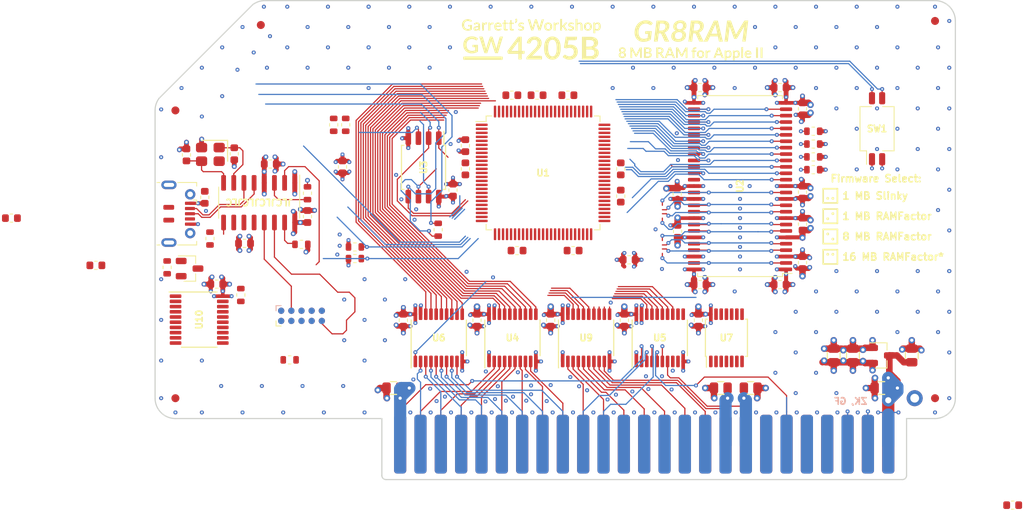
<source format=kicad_pcb>
(kicad_pcb (version 20211014) (generator pcbnew)

  (general
    (thickness 1.6)
  )

  (paper "A4")
  (title_block
    (title "GR8RAM (GW4205A)")
    (date "2021-04-20")
    (rev "1.0")
    (company "Garrett's Workshop")
  )

  (layers
    (0 "F.Cu" signal)
    (1 "In1.Cu" power)
    (2 "In2.Cu" power)
    (31 "B.Cu" signal)
    (32 "B.Adhes" user "B.Adhesive")
    (33 "F.Adhes" user "F.Adhesive")
    (34 "B.Paste" user)
    (35 "F.Paste" user)
    (36 "B.SilkS" user "B.Silkscreen")
    (37 "F.SilkS" user "F.Silkscreen")
    (38 "B.Mask" user)
    (39 "F.Mask" user)
    (40 "Dwgs.User" user "User.Drawings")
    (41 "Cmts.User" user "User.Comments")
    (42 "Eco1.User" user "User.Eco1")
    (43 "Eco2.User" user "User.Eco2")
    (44 "Edge.Cuts" user)
    (45 "Margin" user)
    (46 "B.CrtYd" user "B.Courtyard")
    (47 "F.CrtYd" user "F.Courtyard")
    (48 "B.Fab" user)
    (49 "F.Fab" user)
  )

  (setup
    (stackup
      (layer "F.SilkS" (type "Top Silk Screen"))
      (layer "F.Paste" (type "Top Solder Paste"))
      (layer "F.Mask" (type "Top Solder Mask") (thickness 0.01))
      (layer "F.Cu" (type "copper") (thickness 0.035))
      (layer "dielectric 1" (type "core") (thickness 0.48) (material "FR4") (epsilon_r 4.5) (loss_tangent 0.02))
      (layer "In1.Cu" (type "copper") (thickness 0.035))
      (layer "dielectric 2" (type "prepreg") (thickness 0.48) (material "FR4") (epsilon_r 4.5) (loss_tangent 0.02))
      (layer "In2.Cu" (type "copper") (thickness 0.035))
      (layer "dielectric 3" (type "core") (thickness 0.48) (material "FR4") (epsilon_r 4.5) (loss_tangent 0.02))
      (layer "B.Cu" (type "copper") (thickness 0.035))
      (layer "B.Mask" (type "Bottom Solder Mask") (thickness 0.01))
      (layer "B.Paste" (type "Bottom Solder Paste"))
      (layer "B.SilkS" (type "Bottom Silk Screen"))
      (copper_finish "None")
      (dielectric_constraints no)
    )
    (pad_to_mask_clearance 0.0762)
    (solder_mask_min_width 0.127)
    (pad_to_paste_clearance -0.0381)
    (pcbplotparams
      (layerselection 0x00010f8_ffffffff)
      (disableapertmacros false)
      (usegerberextensions true)
      (usegerberattributes false)
      (usegerberadvancedattributes false)
      (creategerberjobfile false)
      (svguseinch false)
      (svgprecision 6)
      (excludeedgelayer true)
      (plotframeref false)
      (viasonmask false)
      (mode 1)
      (useauxorigin false)
      (hpglpennumber 1)
      (hpglpenspeed 20)
      (hpglpendiameter 15.000000)
      (dxfpolygonmode true)
      (dxfimperialunits true)
      (dxfusepcbnewfont true)
      (psnegative false)
      (psa4output false)
      (plotreference true)
      (plotvalue true)
      (plotinvisibletext false)
      (sketchpadsonfab false)
      (subtractmaskfromsilk true)
      (outputformat 1)
      (mirror false)
      (drillshape 0)
      (scaleselection 1)
      (outputdirectory "gerber/")
    )
  )

  (net 0 "")
  (net 1 "+5V")
  (net 2 "GND")
  (net 3 "/A4")
  (net 4 "/D7")
  (net 5 "/D6")
  (net 6 "/A8")
  (net 7 "/A7")
  (net 8 "/A6")
  (net 9 "/A5")
  (net 10 "/A3")
  (net 11 "/A2")
  (net 12 "/A1")
  (net 13 "/A0")
  (net 14 "/A9")
  (net 15 "/D1")
  (net 16 "/D5")
  (net 17 "/D0")
  (net 18 "/D2")
  (net 19 "/D3")
  (net 20 "/D4")
  (net 21 "/A10")
  (net 22 "+12V")
  (net 23 "-12V")
  (net 24 "-5V")
  (net 25 "/~{IOSEL}")
  (net 26 "/A11")
  (net 27 "/A12")
  (net 28 "/A13")
  (net 29 "/A14")
  (net 30 "/A15")
  (net 31 "/R~{W}")
  (net 32 "/~{IOSTRB}")
  (net 33 "/~{NMI}")
  (net 34 "/~{IRQ}")
  (net 35 "/~{RES}")
  (net 36 "/~{INH}")
  (net 37 "/COLORREF")
  (net 38 "/7M")
  (net 39 "/Q3")
  (net 40 "/PHI1")
  (net 41 "/USER1")
  (net 42 "/PHI0")
  (net 43 "/~{DEVSEL}")
  (net 44 "/INTin")
  (net 45 "/DMAin")
  (net 46 "/TCK")
  (net 47 "/TDO")
  (net 48 "/TMS")
  (net 49 "unconnected-(J2-Pad6)")
  (net 50 "unconnected-(J2-Pad7)")
  (net 51 "unconnected-(J2-Pad8)")
  (net 52 "/TDI")
  (net 53 "/RA0")
  (net 54 "/RA1")
  (net 55 "/RA2")
  (net 56 "/RA3")
  (net 57 "/RA4")
  (net 58 "/RA5")
  (net 59 "/RA6")
  (net 60 "/RA7")
  (net 61 "/RA8")
  (net 62 "/RA9")
  (net 63 "/RA10")
  (net 64 "/RD0")
  (net 65 "/RD1")
  (net 66 "/RD3")
  (net 67 "/RD4")
  (net 68 "/RD5")
  (net 69 "/RD6")
  (net 70 "/RD7")
  (net 71 "/VIDSYNC")
  (net 72 "+3V3")
  (net 73 "/~{DMA}")
  (net 74 "/R~{RES}")
  (net 75 "/R~{IOSTRB}")
  (net 76 "/R~{DEVSEL}")
  (net 77 "/R~{IOSEL}")
  (net 78 "/RA11")
  (net 79 "/RA12")
  (net 80 "/RA13")
  (net 81 "/RA14")
  (net 82 "/RA15")
  (net 83 "/Ddir")
  (net 84 "Net-(C8-Pad1)")
  (net 85 "/RCLK")
  (net 86 "/SD0")
  (net 87 "/SD1")
  (net 88 "/SD3")
  (net 89 "/SD2")
  (net 90 "/SD6")
  (net 91 "/SD7")
  (net 92 "/SD5")
  (net 93 "/SD4")
  (net 94 "/SDQML")
  (net 95 "/S~{WE}")
  (net 96 "/S~{CAS}")
  (net 97 "/S~{RAS}")
  (net 98 "/S~{CS}")
  (net 99 "/SA0")
  (net 100 "/SA4")
  (net 101 "/SA6")
  (net 102 "/SCKE")
  (net 103 "/SDQMH")
  (net 104 "/RR~{W}in")
  (net 105 "/~{RDY}")
  (net 106 "/SA12")
  (net 107 "/SBA0")
  (net 108 "/SA11")
  (net 109 "/SBA1")
  (net 110 "/SA9")
  (net 111 "/SA10")
  (net 112 "/SA8")
  (net 113 "/SA7")
  (net 114 "/SA1")
  (net 115 "/SA2")
  (net 116 "/MISO")
  (net 117 "/MOSI")
  (net 118 "/F~{CS}")
  (net 119 "/FCK")
  (net 120 "/RES~{OE}")
  (net 121 "/FD2")
  (net 122 "/FD3")
  (net 123 "unconnected-(J5-Pad9)")
  (net 124 "unconnected-(J5-Pad10)")
  (net 125 "/DONE")
  (net 126 "/RPHI0")
  (net 127 "Net-(J5-Pad6)")
  (net 128 "/~{JTAGEN}")
  (net 129 "/~{PROGRAM}")
  (net 130 "/FW1")
  (net 131 "/FW0")
  (net 132 "/RINTout")
  (net 133 "/RINTin")
  (net 134 "/IRQ~{OE}")
  (net 135 "/NMI~{OE}")
  (net 136 "/INH~{OE}")
  (net 137 "Net-(C9-Pad1)")
  (net 138 "/USB5V")
  (net 139 "/TCKr")
  (net 140 "Net-(J3-Pad2)")
  (net 141 "Net-(J3-Pad3)")
  (net 142 "unconnected-(J3-Pad4)")
  (net 143 "Net-(Q1-Pad1)")
  (net 144 "/JTAG~{OE}")
  (net 145 "Net-(R5-Pad2)")
  (net 146 "Net-(R6-Pad1)")
  (net 147 "unconnected-(U1-Pad16)")
  (net 148 "/TDIu")
  (net 149 "/TMSu")
  (net 150 "/TCKu")
  (net 151 "unconnected-(U11-Pad10)")
  (net 152 "unconnected-(U11-Pad11)")
  (net 153 "unconnected-(U11-Pad12)")

  (footprint "stdpads:C_0603" (layer "F.Cu") (at 103.75 100.9 90))

  (footprint "stdpads:C_0603" (layer "F.Cu") (at 90.15 91.7 180))

  (footprint "stdpads:C_0603" (layer "F.Cu") (at 97.15 91.7 180))

  (footprint "stdpads:C_0603" (layer "F.Cu") (at 84.35 100.9 90))

  (footprint "stdpads:C_0603" (layer "F.Cu") (at 97.8 111.1))

  (footprint "stdpads:C_0603" (layer "F.Cu") (at 103.75 104.3 -90))

  (footprint "stdpads:C_0805" (layer "F.Cu") (at 119.976 128.27 180))

  (footprint "stdpads:C_0805" (layer "F.Cu") (at 116.244 128.27))

  (footprint "stdpads:AppleIIBus_Edge" (layer "F.Cu") (at 106.68 135.382))

  (footprint "stdpads:Fiducial" (layer "F.Cu") (at 143.002 82.423 -90))

  (footprint "stdpads:Fiducial" (layer "F.Cu") (at 143.002 129.54))

  (footprint "stdpads:PasteHole_1.1mm_PTH" (layer "F.Cu") (at 140.462 129.54))

  (footprint "stdpads:C_0805" (layer "F.Cu") (at 75.35 128.27 180))

  (footprint "stdpads:TSSOP-20_4.4x6.5mm_P0.65mm" (layer "F.Cu") (at 99.425 122))

  (footprint "stdpads:C_0603" (layer "F.Cu") (at 85.8 119.8 -90))

  (footprint "stdpads:C_0603" (layer "F.Cu") (at 90.8 111.1))

  (footprint "stdpads:C_0603" (layer "F.Cu") (at 95 119.8 -90))

  (footprint "stdpads:C_0805" (layer "F.Cu") (at 136.31 128.27 180))

  (footprint "stdpads:TSSOP-20_4.4x6.5mm_P0.65mm" (layer "F.Cu") (at 108.625 122))

  (footprint "stdpads:C_0603" (layer "F.Cu") (at 84.35 98 90))

  (footprint "stdpads:C_0603" (layer "F.Cu") (at 126.45 103.8 -90))

  (footprint "stdpads:C_0603" (layer "F.Cu") (at 126.45 112.6 -90))

  (footprint "stdpads:C_0603" (layer "F.Cu") (at 126.45 107.8 -90))

  (footprint "stdpads:C_0603" (layer "F.Cu") (at 113.65 115.35 180))

  (footprint "stdpads:TSOP-II-54_22.2x10.16mm_P0.8mm" (layer "F.Cu") (at 118.65 103.05 90))

  (footprint "stdpads:C_0603" (layer "F.Cu") (at 110.85 108.7 90))

  (footprint "stdpads:C_0603" (layer "F.Cu") (at 110.8 104.05 90))

  (footprint "stdpads:C_0603" (layer "F.Cu") (at 123.65 115.35 180))

  (footprint "stdpads:TSSOP-20_4.4x6.5mm_P0.65mm" (layer "F.Cu") (at 90.225 122))

  (footprint "stdpads:TSSOP-20_4.4x6.5mm_P0.65mm" (layer "F.Cu") (at 81.025 122))

  (footprint "stdpads:C_0603" (layer "F.Cu") (at 104.2 119.8 -90))

  (footprint "stdpads:C_0603" (layer "F.Cu") (at 126.45 93.4 -90))

  (footprint "stdpads:Fiducial" (layer "F.Cu") (at 48.133 93.599 90))

  (footprint "stdpads:Fiducial" (layer "F.Cu") (at 58.801 82.931 90))

  (footprint "stdpads:Fiducial" (layer "F.Cu") (at 48.133 129.54))

  (footprint "stdpads:PasteHole_1.152mm_NPTH" (layer "F.Cu") (at 48.133 96.139 90))

  (footprint "stdpads:PasteHole_1.152mm_NPTH" (layer "F.Cu") (at 57.023 84.709 90))

  (footprint "stdpads:PasteHole_1.152mm_NPTH" (layer "F.Cu") (at 143.002 127))

  (footprint "stdpads:PasteHole_1.152mm_NPTH" (layer "F.Cu") (at 48.133 127))

  (footprint "stdpads:PasteHole_1.152mm_NPTH" (layer "F.Cu") (at 140.462 82.423 -90))

  (footprint "stdpads:TQFP-100_14x14mm_P0.5mm" (layer "F.Cu") (at 94.05 101.4 -90))

  (footprint "stdpads:SOT-23" (layer "F.Cu") (at 136.25 124.2 180))

  (footprint "stdpads:C_0805" (layer "F.Cu") (at 132.75 124.2 90))

  (footprint "stdpads:C_0603" (layer "F.Cu") (at 69 100.65 -90))

  (footprint "stdpads:C_0603" (layer "F.Cu") (at 82.8 103.551 90))

  (footprint "Connector:Tag-Connect_TC2050-IDC-FP_2x05_P1.27mm_Vertical" (layer "F.Cu") (at 63.881 119.253))

  (footprint "stdpads:SOIC-8_5.3mm" (layer "F.Cu") (at 79.121 100.711 180))

  (footprint "stdpads:R_0603" (layer "F.Cu") (at 70.55 112.1 180))

  (footprint "stdpads:R_0603" (layer "F.Cu")
    (tedit 5EE29B72) (tstamp 00000000-0000-0000-0000-00005ffa9fc0)
    (at 70.55 110.65)
    (tags "resistor")
    (property "LCSC Part" "C31850")
    (property "Sheetfile" "GR8RAM.kicad_sch")
    (property "Sheetname" "")
    (path "/00000000-0000-0000-0000-0000607acb3c")
    (solder_mask_margin 0.05)
    (solder_paste_margin -0.05)
    (attr smd)
    (fp_text reference "R28" (at 0 0) (layer "F.Fab")
      (effects (font (size 0.254 0.254) (thickness 0.0635)))
      (tstamp a702021a-75fa-4937-8e74-1d70aae395cf)
    )
    (fp_text value "10k" (at 0 0.25) (layer "F.Fab")
      (effects (font (size 0.127 0.127) (thickness 0.03175)))
      (tstamp c1d9b722-2d95-4429-8bc1-423997dfbf46)
    )
    (fp_text user "${REFERENCE}" (at 0 0) (layer "F.SilkS") hide
      (effects (font (size 0.254 0.254) (thickness 0.0635)))
      (tstamp 59b4f748-5947-453e-b4c9-9178c5709e25)
    )
    (fp_line (start -0.162779 -0.51) (end 0.162779 -0.51) (layer "F.SilkS") (width 0.12) (tstamp 544c60f8-33c3-4072-9128-159b26301f32))
    (fp_line (start -0.162779 0.51) (end 0.162779 0.51) (layer "F.SilkS") (width 0.12) (tstamp 735f37c0-266e-4e04-9f8a-f6cde3127c80))
    (fp_line (start 1.4 -0.7) (end 1.4 0.7) (layer "F.CrtYd") (width 0.05) (tstamp 26728
... [836472 chars truncated]
</source>
